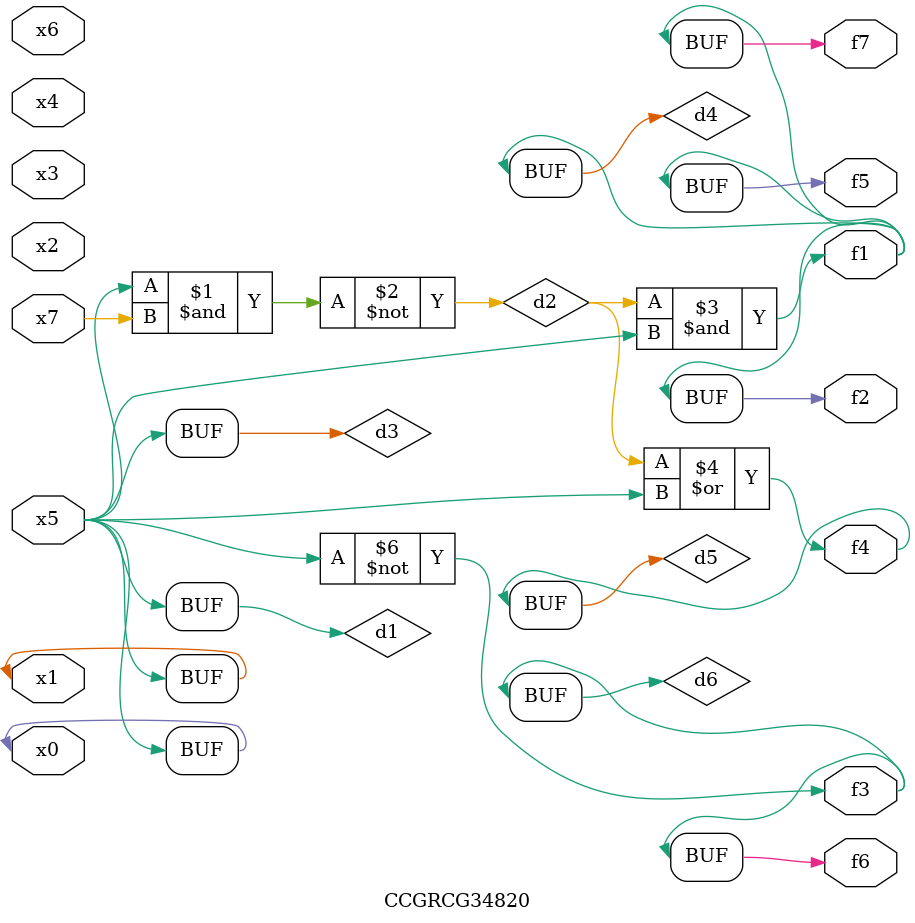
<source format=v>
module CCGRCG34820(
	input x0, x1, x2, x3, x4, x5, x6, x7,
	output f1, f2, f3, f4, f5, f6, f7
);

	wire d1, d2, d3, d4, d5, d6;

	buf (d1, x0, x5);
	nand (d2, x5, x7);
	buf (d3, x0, x1);
	and (d4, d2, d3);
	or (d5, d2, d3);
	nor (d6, d1, d3);
	assign f1 = d4;
	assign f2 = d4;
	assign f3 = d6;
	assign f4 = d5;
	assign f5 = d4;
	assign f6 = d6;
	assign f7 = d4;
endmodule

</source>
